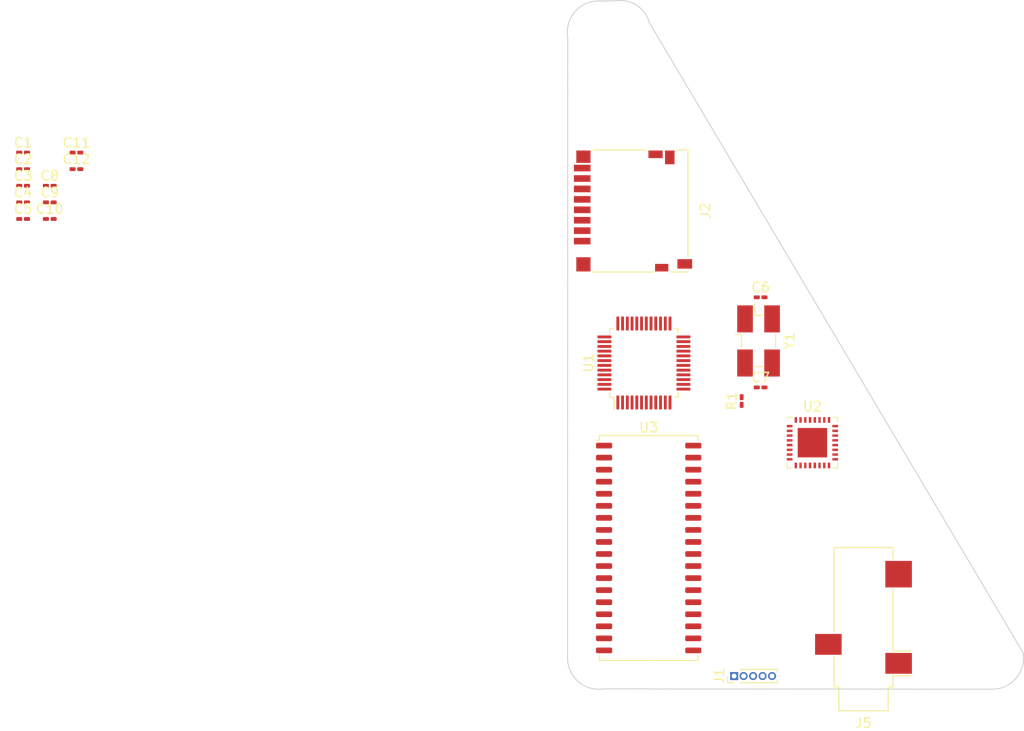
<source format=kicad_pcb>
(kicad_pcb (version 20221018) (generator pcbnew)
  (layers (0 "F.Cu" signal) (31 "B.Cu" signal) (34 "B.Paste" user) (35 "F.Paste" user) (36 "B.SilkS" user "B.Silkscreen") (37 "F.SilkS" user "F.Silkscreen") (38 "B.Mask" user) (39 "F.Mask" user) (44 "Edge.Cuts" user))
  (net 0 "")
  (net 1 "DVDD")
  (net 2 "HPGND")
  (net 3 "AVDD")
  (net 4 "Net-(U2-BYPASS)")
  (net 5 "Net-(U1-PF0)")
  (net 6 "Net-(C7-Pad1)")
  (net 7 "Net-(U2-REF)")
  (net 8 "Net-(U2-C1P)")
  (net 9 "Net-(U2-HPVSS)")
  (net 10 "RAM_VCC")
  (net 12 "CS")
  (net 13 "MOSI")
  (net 14 "CLK")
  (net 15 "MISO")
  (net 17 "Net-(U2-HPL)")
  (net 18 "Net-(U2-HPR)")
  (net 19 "Net-(U2-HPS)")
  (net 20 "Net-(U1-PF1)")
  (net 21 "WE")
  (net 23 "SCK_OUTPUT")
  (net 28 "I2S_SCK")
  (net 29 "I2S_SD")
  (net 30 "I2S_WS")
  (net 31 "/A0")
  (net 32 "/A1")
  (net 33 "/A2")
  (net 34 "/A10")
  (net 35 "/A11")
  (net 36 "/A12")
  (net 37 "/A13")
  (net 38 "/A14")
  (net 39 "/A15")
  (net 40 "/D0")
  (net 41 "/D1")
  (net 42 "CE")
  (net 43 "OE")
  (net 44 "/D2")
  (net 45 "/D3")
  (net 46 "/D4")
  (net 47 "/D5")
  (net 48 "/D6")
  (net 49 "/D7")
  (net 50 "A6")
  (net 51 "A7")
  (net 54 "/A3")
  (net 55 "/A4")
  (net 56 "/A5")
  (net 57 "SCL")
  (net 58 "SDA")
  (net 59 "/A8")
  (net 60 "/A9")
  (footprint "Capacitor_SMD:C_0201_0603Metric_Pad0.64x0.40mm_HandSolder" (layer "F.Cu") (at 96.22 69.315)
    (fp_text reference "C11" (at 0 -1.05) (layer "F.SilkS"))
    (fp_text value "2.2uF")
    (pad "1" smd roundrect (at -0.4075 0) (size 0.635 0.4) (layers "F.Cu" "F.Mask") (net 2 "HPGND"))
    (pad "2" smd roundrect (at 0.4075 0) (size 0.635 0.4) (layers "F.Cu" "F.Mask") (net 9 "Net-(U2-HPVSS)"))
  )
  (footprint "Capacitor_SMD:C_0201_0603Metric_Pad0.64x0.40mm_HandSolder" (layer "F.Cu") (at 168.295 94.075)
    (fp_text reference "C7" (at 0 -1.05) (layer "F.SilkS"))
    (fp_text value "15pf")
    (pad "1" smd roundrect (at -0.4075 0) (size 0.635 0.4) (layers "F.Cu" "F.Mask") (net 6 "Net-(C7-Pad1)"))
    (pad "2" smd roundrect (at 0.4075 0) (size 0.635 0.4) (layers "F.Cu" "F.Mask") (net 2 "HPGND"))
  )
  (footprint "Crystal:Crystal_SMD_EuroQuartz_MJ-4Pin_5.0x3.2mm_HandSoldering" (layer "F.Cu") (at 168.075 89.175 -90)
    (fp_text reference "Y1" (at 0 -3.25 90) (layer "F.SilkS"))
    (fp_text value "Crystal")
    (fp_line (start -3.95 0.4) (end -2.7 0.4) (stroke (width 0.12)) (layer "F.SilkS"))
    (fp_line (start -2.7 0.4) (end -2.7 -0.4) (stroke (width 0.12)) (layer "F.SilkS"))
    (fp_line (start -0.7 -1.8) (end 0.7 -1.8) (stroke (width 0.12)) (layer "F.SilkS"))
    (fp_line (start -0.7 1.8) (end -0.7 2.45) (stroke (width 0.12)) (layer "F.SilkS"))
    (fp_line (start 0.7 1.8) (end -0.7 1.8) (stroke (width 0.12)) (layer "F.SilkS"))
    (fp_line (start 2.7 -0.4) (end 2.7 0.4) (stroke (width 0.12)) (layer "F.SilkS"))
    (pad "1" smd rect (at -2.325 1.425 270) (size 2.85 1.65) (layers "F.Cu" "F.Paste" "F.Mask") (net 5 "Net-(U1-PF0)"))
    (pad "2" smd rect (at 2.325 1.425 270) (size 2.85 1.65) (layers "F.Cu" "F.Paste" "F.Mask") (net 6 "Net-(C7-Pad1)"))
    (pad "3" smd rect (at 2.325 -1.425 270) (size 2.85 1.65) (layers "F.Cu" "F.Paste" "F.Mask"))
    (pad "4" smd rect (at -2.325 -1.425 270) (size 2.85 1.65) (layers "F.Cu" "F.Paste" "F.Mask"))
  )
  (footprint "Capacitor_SMD:C_0201_0603Metric_Pad0.64x0.40mm_HandSolder" (layer "F.Cu") (at 96.22 71.065)
    (fp_text reference "C12" (at 0 -1.05) (layer "F.SilkS"))
    (fp_text value "1uF")
    (pad "1" smd roundrect (at -0.4075 0) (size 0.635 0.4) (layers "F.Cu" "F.Mask") (net 1 "DVDD"))
    (pad "2" smd roundrect (at 0.4075 0) (size 0.635 0.4) (layers "F.Cu" "F.Mask") (net 2 "HPGND"))
  )
  (footprint "Capacitor_SMD:C_0201_0603Metric_Pad0.64x0.40mm_HandSolder" (layer "F.Cu") (at 93.41 76.315)
    (fp_text reference "C10" (at 0 -1.05) (layer "F.SilkS"))
    (fp_text value "2.2uF")
    (pad "1" smd roundrect (at -0.4075 0) (size 0.635 0.4) (layers "F.Cu" "F.Mask") (net 2 "HPGND"))
    (pad "2" smd roundrect (at 0.4075 0) (size 0.635 0.4) (layers "F.Cu" "F.Mask") (net 8 "Net-(U2-C1P)"))
  )
  (footprint "Capacitor_SMD:C_0201_0603Metric_Pad0.64x0.40mm_HandSolder" (layer "F.Cu") (at 90.6 72.815)
    (fp_text reference "C3" (at 0 -1.05) (layer "F.SilkS"))
    (fp_text value "100nF")
    (pad "1" smd roundrect (at -0.4075 0) (size 0.635 0.4) (layers "F.Cu" "F.Mask") (net 2 "HPGND"))
    (pad "2" smd roundrect (at 0.4075 0) (size 0.635 0.4) (layers "F.Cu" "F.Mask") (net 1 "DVDD"))
  )
  (footprint "Capacitor_SMD:C_0201_0603Metric_Pad0.64x0.40mm_HandSolder" (layer "F.Cu") (at 90.6 76.315)
    (fp_text reference "C5" (at 0 -1.05) (layer "F.SilkS"))
    (fp_text value "2.2uF")
    (pad "1" smd roundrect (at -0.4075 0) (size 0.635 0.4) (layers "F.Cu" "F.Mask") (net 4 "Net-(U2-BYPASS)"))
    (pad "2" smd roundrect (at 0.4075 0) (size 0.635 0.4) (layers "F.Cu" "F.Mask") (net 2 "HPGND"))
  )
  (footprint "Capacitor_SMD:C_0201_0603Metric_Pad0.64x0.40mm_HandSolder" (layer "F.Cu") (at 93.41 72.815)
    (fp_text reference "C8" (at 0 -1.05) (layer "F.SilkS"))
    (fp_text value "10uF")
    (pad "1" smd roundrect (at -0.4075 0) (size 0.635 0.4) (layers "F.Cu" "F.Mask") (net 2 "HPGND"))
    (pad "2" smd roundrect (at 0.4075 0) (size 0.635 0.4) (layers "F.Cu" "F.Mask") (net 7 "Net-(U2-REF)"))
  )
  (footprint "Capacitor_SMD:C_0201_0603Metric_Pad0.64x0.40mm_HandSolder" (layer "F.Cu") (at 90.6 69.315)
    (fp_text reference "C1" (at 0 -1.05) (layer "F.SilkS"))
    (fp_text value "100nF")
    (pad "1" smd roundrect (at -0.4075 0) (size 0.635 0.4) (layers "F.Cu" "F.Mask") (net 1 "DVDD"))
    (pad "2" smd roundrect (at 0.4075 0) (size 0.635 0.4) (layers "F.Cu" "F.Mask") (net 2 "HPGND"))
  )
  (footprint "Package_QFP:LQFP-48_7x7mm_P0.5mm" (layer "F.Cu") (at 156 91.5 90)
    (fp_text reference "U1" (at 0 -5.85 90) (layer "F.SilkS"))
    (fp_text value "STM32C031C6Tx")
    (fp_line (start -3.61 -3.61) (end -3.61 -3.16) (stroke (width 0.12)) (layer "F.SilkS"))
    (fp_line (start -3.61 -3.16) (end -4.9 -3.16) (stroke (width 0.12)) (layer "F.SilkS"))
    (fp_line (start -3.61 3.61) (end -3.61 3.16) (stroke (width 0.12)) (layer "F.SilkS"))
    (fp_line (start -3.16 -3.61) (end -3.61 -3.61) (stroke (width 0.12)) (layer "F.SilkS"))
    (fp_line (start -3.16 3.61) (end -3.61 3.61) (stroke (width 0.12)) (layer "F.SilkS"))
    (fp_line (start 3.16 -3.61) (end 3.61 -3.61) (stroke (width 0.12)) (layer "F.SilkS"))
    (fp_line (start 3.16 3.61) (end 3.61 3.61) (stroke (width 0.12)) (layer "F.SilkS"))
    (fp_line (start 3.61 -3.61) (end 3.61 -3.16) (stroke (width 0.12)) (layer "F.SilkS"))
    (fp_line (start 3.61 3.61) (end 3.61 3.16) (stroke (width 0.12)) (layer "F.SilkS"))
    (pad "1" smd roundrect (at -4.1625 -2.75 90) (size 1.475 0.3) (layers "F.Cu" "F.Paste" "F.Mask") (net 21 "WE"))
    (pad "2" smd roundrect (at -4.1625 -2.25 90) (size 1.475 0.3) (layers "F.Cu" "F.Paste" "F.Mask"))
    (pad "3" smd roundrect (at -4.1625 -1.75 90) (size 1.475 0.3) (layers "F.Cu" "F.Paste" "F.Mask") (net 23 "SCK_OUTPUT"))
    (pad "4" smd roundrect (at -4.1625 -1.25 90) (size 1.475 0.3) (layers "F.Cu" "F.Paste" "F.Mask"))
    (pad "5" smd roundrect (at -4.1625 -0.75 90) (size 1.475 0.3) (layers "F.Cu" "F.Paste" "F.Mask"))
    (pad "6" smd roundrect (at -4.1625 -0.25 90) (size 1.475 0.3) (layers "F.Cu" "F.Paste" "F.Mask") (net 1 "DVDD"))
    (pad "7" smd roundrect (at -4.1625 0.25 90) (size 1.475 0.3) (layers "F.Cu" "F.Paste" "F.Mask") (net 2 "HPGND"))
    (pad "8" smd roundrect (at -4.1625 0.75 90) (size 1.475 0.3) (layers "F.Cu" "F.Paste" "F.Mask") (net 5 "Net-(U1-PF0)"))
    (pad "9" smd roundrect (at -4.1625 1.25 90) (size 1.475 0.3) (layers "F.Cu" "F.Paste" "F.Mask") (net 20 "Net-(U1-PF1)"))
    (pad "10" smd roundrect (at -4.1625 1.75 90) (size 1.475 0.3) (layers "F.Cu" "F.Paste" "F.Mask"))
    (pad "11" smd roundrect (at -4.1625 2.25 90) (size 1.475 0.3) (layers "F.Cu" "F.Paste" "F.Mask"))
    (pad "12" smd roundrect (at -4.1625 2.75 90) (size 1.475 0.3) (layers "F.Cu" "F.Paste" "F.Mask") (net 28 "I2S_SCK"))
    (pad "13" smd roundrect (at -2.75 4.1625 90) (size 0.3 1.475) (layers "F.Cu" "F.Paste" "F.Mask") (net 29 "I2S_SD"))
    (pad "14" smd roundrect (at -2.25 4.1625 90) (size 0.3 1.475) (layers "F.Cu" "F.Paste" "F.Mask") (net 30 "I2S_WS"))
    (pad "15" smd roundrect (at -1.75 4.1625 90) (size 0.3 1.475) (layers "F.Cu" "F.Paste" "F.Mask") (net 12 "CS"))
    (pad "16" smd roundrect (at -1.25 4.1625 90) (size 0.3 1.475) (layers "F.Cu" "F.Paste" "F.Mask") (net 14 "CLK"))
    (pad "17" smd roundrect (at -0.75 4.1625 90) (size 0.3 1.475) (layers "F.Cu" "F.Paste" "F.Mask") (net 15 "MISO"))
    (pad "18" smd roundrect (at -0.25 4.1625 90) (size 0.3 1.475) (layers "F.Cu" "F.Paste" "F.Mask") (net 13 "MOSI"))
    (pad "19" smd roundrect (at 0.25 4.1625 90) (size 0.3 1.475) (layers "F.Cu" "F.Paste" "F.Mask") (net 31 "/A0"))
    (pad "20" smd roundrect (at 0.75 4.1625 90) (size 0.3 1.475) (layers "F.Cu" "F.Paste" "F.Mask") (net 32 "/A1"))
    (pad "21" smd roundrect (at 1.25 4.1625 90) (size 0.3 1.475) (layers "F.Cu" "F.Paste" "F.Mask") (net 33 "/A2"))
    (pad "22" smd roundrect (at 1.75 4.1625 90) (size 0.3 1.475) (layers "F.Cu" "F.Paste" "F.Mask") (net 34 "/A10"))
    (pad "23" smd roundrect (at 2.25 4.1625 90) (size 0.3 1.475) (layers "F.Cu" "F.Paste" "F.Mask") (net 35 "/A11"))
    (pad "24" smd roundrect (at 2.75 4.1625 90) (size 0.3 1.475) (layers "F.Cu" "F.Paste" "F.Mask") (net 36 "/A12"))
    (pad "25" smd roundrect (at 4.1625 2.75 90) (size 1.475 0.3) (layers "F.Cu" "F.Paste" "F.Mask") (net 37 "/A13"))
    (pad "26" smd roundrect (at 4.1625 2.25 90) (size 1.475 0.3) (layers "F.Cu" "F.Paste" "F.Mask") (net 38 "/A14"))
    (pad "27" smd roundrect (at 4.1625 1.75 90) (size 1.475 0.3) (layers "F.Cu" "F.Paste" "F.Mask") (net 39 "/A15"))
    (pad "28" smd roundrect (at 4.1625 1.25 90) (size 1.475 0.3) (layers "F.Cu" "F.Paste" "F.Mask") (net 40 "/D0"))
    (pad "29" smd roundrect (at 4.1625 0.75 90) (size 1.475 0.3) (layers "F.Cu" "F.Paste" "F.Mask") (net 41 "/D1"))
    (pad "30" smd roundrect (at 4.1625 0.25 90) (size 1.475 0.3) (layers "F.Cu" "F.Paste" "F.Mask") (net 42 "CE"))
    (pad "31" smd roundrect (at 4.1625 -0.25 90) (size 1.475 0.3) (layers "F.Cu" "F.Paste" "F.Mask") (net 43 "OE"))
    (pad "32" smd roundrect (at 4.1625 -0.75 90) (size 1.475 0.3) (layers "F.Cu" "F.Paste" "F.Mask") (net 44 "/D2"))
    (pad "33" smd roundrect (at 4.1625 -1.25 90) (size 1.475 0.3) (layers "F.Cu" "F.Paste" "F.Mask") (net 45 "/D3"))
    (pad "34" smd roundrect (at 4.1625 -1.75 90) (size 1.475 0.3) (layers "F.Cu" "F.Paste" "F.Mask") (net 46 "/D4"))
    (pad "35" smd roundrect (at 4.1625 -2.25 90) (size 1.475 0.3) (layers "F.Cu" "F.Paste" "F.Mask") (net 47 "/D5"))
    (pad "36" smd roundrect (at 4.1625 -2.75 90) (size 1.475 0.3) (layers "F.Cu" "F.Paste" "F.Mask") (net 48 "/D6"))
    (pad "37" smd roundrect (at 2.75 -4.1625 90) (size 0.3 1.475) (layers "F.Cu" "F.Paste" "F.Mask") (net 49 "/D7"))
    (pad "38" smd roundrect (at 2.25 -4.1625 90) (size 0.3 1.475) (layers "F.Cu" "F.Paste" "F.Mask") (net 50 "A6"))
    (pad "39" smd roundrect (at 1.75 -4.1625 90) (size 0.3 1.475) (layers "F.Cu" "F.Paste" "F.Mask") (net 51 "A7"))
    (pad "40" smd roundrect (at 1.25 -4.1625 90) (size 0.3 1.475) (layers "F.Cu" "F.Paste" "F.Mask"))
    (pad "41" smd roundrect (at 0.75 -4.1625 90) (size 0.3 1.475) (layers "F.Cu" "F.Paste" "F.Mask"))
    (pad "42" smd roundrect (at 0.25 -4.1625 90) (size 0.3 1.475) (layers "F.Cu" "F.Paste" "F.Mask") (net 54 "/A3"))
    (pad "43" smd roundrect (at -0.25 -4.1625 90) (size 0.3 1.475) (layers "F.Cu" "F.Paste" "F.Mask") (net 55 "/A4"))
    (pad "44" smd roundrect (at -0.75 -4.1625 90) (size 0.3 1.475) (layers "F.Cu" "F.Paste" "F.Mask") (net 56 "/A5"))
    (pad "45" smd roundrect (at -1.25 -4.1625 90) (size 0.3 1.475) (layers "F.Cu" "F.Paste" "F.Mask") (net 57 "SCL"))
    (pad "46" smd roundrect (at -1.75 -4.1625 90) (size 0.3 1.475) (layers "F.Cu" "F.Paste" "F.Mask") (net 58 "SDA"))
    (pad "47" smd roundrect (at -2.25 -4.1625 90) (size 0.3 1.475) (layers "F.Cu" "F.Paste" "F.Mask") (net 59 "/A8"))
    (pad "48" smd roundrect (at -2.75 -4.1625 90) (size 0.3 1.475) (layers "F.Cu" "F.Paste" "F.Mask") (net 60 "/A9"))
  )
  (footprint "Connector_Audio:Jack_3.5mm_CUI_SJ-3523-SMT_Horizontal" (layer "F.Cu") (at 179.13 119.56 180)
    (fp_text reference "J5" (at 0 -9.9 180) (layer "F.SilkS"))
    (fp_text value "AudioJack3_Ground")
    (fp_line (start -3.1 -6.1) (end -2.6 -6.1) (stroke (width 0.12)) (layer "F.SilkS"))
    (fp_line (start -3.1 -4.9) (end -5.1 -4.9) (stroke (width 0.12)) (layer "F.SilkS"))
    (fp_line (start -3.1 -4.9) (end -3.1 -6.1) (stroke (width 0.12)) (layer "F.SilkS"))
    (fp_line (start -3.1 -2.3) (end -5.1 -2.3) (stroke (width 0.12)) (layer "F.SilkS"))
    (fp_line (start -3.1 4.2) (end -3.1 -2.3) (stroke (width 0.12)) (layer "F.SilkS"))
    (fp_line (start -3.1 8.6) (end -3.1 7.4) (stroke (width 0.12)) (layer "F.SilkS"))
    (fp_line (start -2.6 -8.6) (end 2.6 -8.6) (stroke (width 0.12)) (layer "F.SilkS"))
    (fp_line (start -2.6 -6.1) (end -2.6 -8.6) (stroke (width 0.12)) (layer "F.SilkS"))
    (fp_line (start 2.6 -8.6) (end 2.6 -6.1) (stroke (width 0.12)) (layer "F.SilkS"))
    (fp_line (start 2.6 -6.1) (end 3.1 -6.1) (stroke (width 0.12)) (layer "F.SilkS"))
    (fp_line (start 3.1 -6.1) (end 3.1 -2.9) (stroke (width 0.12)) (layer "F.SilkS"))
    (fp_line (start 3.1 -0.3) (end 3.1 8.6) (stroke (width 0.12)) (layer "F.SilkS"))
    (fp_line (start 3.1 8.6) (end -3.1 8.6) (stroke (width 0.12)) (layer "F.SilkS"))
    (pad "" np_thru_hole circle (at 0 -2.5 180) (size 1.7 1.7) (drill 1.7) (layers "*.Cu" "*.Mask"))
    (pad "" np_thru_hole circle (at 0 4.5 180) (size 1.7 1.7) (drill 1.7) (layers "*.Cu" "*.Mask"))
    (pad "R" smd rect (at 3.7 -1.6 180) (size 2.8 2.2) (layers "F.Cu" "F.Paste" "F.Mask") (net 17 "Net-(U2-HPL)"))
    (pad "S" smd rect (at -3.7 -3.6 180) (size 2.8 2.2) (layers "F.Cu" "F.Paste" "F.Mask") (net 18 "Net-(U2-HPR)"))
    (pad "T" smd rect (at -3.7 5.8 180) (size 2.8 2.8) (layers "F.Cu" "F.Paste" "F.Mask") (net 19 "Net-(U2-HPS)"))
  )
  (footprint "Package_SO:SOJ-36_10.16x23.49mm_P1.27mm" (layer "F.Cu") (at 156.5 111)
    (fp_text reference "U3" (at 0 -12.7) (layer "F.SilkS"))
    (fp_text value "IS61C5128AL-10KLI")
    (fp_line (start -5.19 -11.855) (end -5.19 -11.355) (stroke (width 0.12)) (layer "F.SilkS"))
    (fp_line (start -5.19 -11.355) (end -5.55 -11.355) (stroke (width 0.12)) (layer "F.SilkS"))
    (fp_line (start -5.19 11.855) (end -5.19 11.355) (stroke (width 0.12)) (layer "F.SilkS"))
    (fp_line (start 0 -11.855) (end -5.19 -11.855) (stroke (width 0.12)) (layer "F.SilkS"))
    (fp_line (start 0 -11.855) (end 5.19 -11.855) (stroke (width 0.12)) (layer "F.SilkS"))
    (fp_line (start 0 11.855) (end -5.19 11.855) (stroke (width 0.12)) (layer "F.SilkS"))
    (fp_line (start 0 11.855) (end 5.19 11.855) (stroke (width 0.12)) (layer "F.SilkS"))
    (fp_line (start 5.19 -11.855) (end 5.19 -11.355) (stroke (width 0.12)) (layer "F.SilkS"))
    (fp_line (start 5.19 11.855) (end 5.19 11.355) (stroke (width 0.12)) (layer "F.SilkS"))
    (pad "1" smd roundrect (at -4.7 -10.795) (size 1.7 0.6) (layers "F.Cu" "F.Paste" "F.Mask") (net 31 "/A0"))
    (pad "2" smd roundrect (at -4.7 -9.525) (size 1.7 0.6) (layers "F.Cu" "F.Paste" "F.Mask") (net 32 "/A1"))
    (pad "3" smd roundrect (at -4.7 -8.255) (size 1.7 0.6) (layers "F.Cu" "F.Paste" "F.Mask") (net 33 "/A2"))
    (pad "4" smd roundrect (at -4.7 -6.985) (size 1.7 0.6) (layers "F.Cu" "F.Paste" "F.Mask") (net 54 "/A3"))
    (pad "5" smd roundrect (at -4.7 -5.715) (size 1.7 0.6) (layers "F.Cu" "F.Paste" "F.Mask") (net 55 "/A4"))
    (pad "6" smd roundrect (at -4.7 -4.445) (size 1.7 0.6) (layers "F.Cu" "F.Paste" "F.Mask") (net 42 "CE"))
    (pad "7" smd roundrect (at -4.7 -3.175) (size 1.7 0.6) (layers "F.Cu" "F.Paste" "F.Mask") (net 40 "/D0"))
    (pad "8" smd roundrect (at -4.7 -1.905) (size 1.7 0.6) (layers "F.Cu" "F.Paste" "F.Mask") (net 41 "/D1"))
    (pad "9" smd roundrect (at -4.7 -0.635) (size 1.7 0.6) (layers "F.Cu" "F.Paste" "F.Mask") (net 10 "RAM_VCC"))
    (pad "10" smd roundrect (at -4.7 0.635) (size 1.7 0.6) (layers "F.Cu" "F.Paste" "F.Mask") (net 2 "HPGND"))
    (pad "11" smd roundrect (at -4.7 1.905) (size 1.7 0.6) (layers "F.Cu" "F.Paste" "F.Mask") (net 44 "/D2"))
    (pad "12" smd roundrect (at -4.7 3.175) (size 1.7 0.6) (layers "F.Cu" "F.Paste" "F.Mask") (net 45 "/D3"))
    (pad "13" smd roundrect (at -4.7 4.445) (size 1.7 0.6) (layers "F.Cu" "F.Paste" "F.Mask") (net 21 "WE"))
    (pad "14" smd roundrect (at -4.7 5.715) (size 1.7 0.6) (layers "F.Cu" "F.Paste" "F.Mask") (net 56 "/A5"))
    (pad "15" smd roundrect (at -4.7 6.985) (size 1.7 0.6) (layers "F.Cu" "F.Paste" "F.Mask") (net 50 "A6"))
    (pad "16" smd roundrect (at -4.7 8.255) (size 1.7 0.6) (layers "F.Cu" "F.Paste" "F.Mask") (net 51 "A7"))
    (pad "17" smd roundrect (at -4.7 9.525) (size 1.7 0.6) (layers "F.Cu" "F.Paste" "F.Mask") (net 59 "/A8"))
    (pad "18" smd roundrect (at -4.7 10.795) (size 1.7 0.6) (layers "F.Cu" "F.Paste" "F.Mask") (net 60 "/A9"))
    (pad "19" smd roundrect (at 4.7 10.795) (size 1.7 0.6) (layers "F.Cu" "F.Paste" "F.Mask"))
    (pad "20" smd roundrect (at 4.7 9.525) (size 1.7 0.6) (layers "F.Cu" "F.Paste" "F.Mask") (net 34 "/A10"))
    (pad "21" smd roundrect (at 4.7 8.255) (size 1.7 0.6) (layers "F.Cu" "F.Paste" "F.Mask") (net 35 "/A11"))
    (pad "22" smd roundrect (at 4.7 6.985) (size 1.7 0.6) (layers "F.Cu" "F.Paste" "F.Mask") (net 36 "/A12"))
    (pad "23" smd roundrect (at 4.7 5.715) (size 1.7 0.6) (layers "F.Cu" "F.Paste" "F.Mask") (net 37 "/A13"))
    (pad "24" smd roundrect (at 4.7 4.445) (size 1.7 0.6) (layers "F.Cu" "F.Paste" "F.Mask") (net 38 "/A14"))
    (pad "25" smd roundrect (at 4.7 3.175) (size 1.7 0.6) (layers "F.Cu" "F.Paste" "F.Mask") (net 46 "/D4"))
    (pad "26" smd roundrect (at 4.7 1.905) (size 1.7 0.6) (layers "F.Cu" "F.Paste" "F.Mask") (net 47 "/D5"))
    (pad "27" smd roundrect (at 4.7 0.635) (size 1.7 0.6) (layers "F.Cu" "F.Paste" "F.Mask") (net 10 "RAM_VCC"))
    (pad "28" smd roundrect (at 4.7 -0.635) (size 1.7 0.6) (layers "F.Cu" "F.Paste" "F.Mask") (net 2 "HPGND"))
    (pad "29" smd roundrect (at 4.7 -1.905) (size 1.7 0.6) (layers "F.Cu" "F.Paste" "F.Mask") (net 48 "/D6"))
    (pad "30" smd roundrect (at 4.7 -3.175) (size 1.7 0.6) (layers "F.Cu" "F.Paste" "F.Mask") (net 49 "/D7"))
    (pad "31" smd roundrect (at 4.7 -4.445) (size 1.7 0.6) (layers "F.Cu" "F.Paste" "F.Mask") (net 43 "OE"))
    (pad "32" smd roundrect (at 4.7 -5.715) (size 1.7 0.6) (layers "F.Cu" "F.Paste" "F.Mask") (net 39 "/A15"))
    (pad "33" smd roundrect (at 4.7 -6.985) (size 1.7 0.6) (layers "F.Cu" "F.Paste" "F.Mask"))
    (pad "34" smd roundrect (at 4.7 -8.255) (size 1.7 0.6) (layers "F.Cu" "F.Paste" "F.Mask"))
    (pad "35" smd roundrect (at 4.7 -9.525) (size 1.7 0.6) (layers "F.Cu" "F.Paste" "F.Mask"))
    (pad "36" smd roundrect (at 4.7 -10.795) (size 1.7 0.6) (layers "F.Cu" "F.Paste" "F.Mask"))
  )
  (footprint "Resistor_SMD:R_0201_0603Metric_Pad0.64x0.40mm_HandSolder" (layer "F.Cu") (at 166.295 95.5075 90)
    (fp_text reference "R1" (at 0 -1.05 90) (layer "F.SilkS"))
    (fp_text value "200k")
    (pad "1" smd roundrect (at -0.4075 0 90) (size 0.635 0.4) (layers "F.Cu" "F.Mask") (net 20 "Net-(U1-PF1)"))
    (pad "2" smd roundrect (at 0.4075 0 90) (size 0.635 0.4) (layers "F.Cu" "F.Mask") (net 6 "Net-(C7-Pad1)"))
  )
  (footprint "Connector_PinHeader_1.00mm:PinHeader_1x05_P1.00mm_Vertical" (layer "F.Cu") (at 165.5 124.5 90)
    (fp_text reference "J1" (at 0 -1.56 90) (layer "F.SilkS"))
    (fp_text value "Conn_01x05")
    (fp_line (start -0.695 -0.685) (end 0 -0.685) (stroke (width 0.12)) (layer "F.SilkS"))
    (fp_line (start -0.695 0) (end -0.695 -0.685) (stroke (width 0.12)) (layer "F.SilkS"))
    (fp_line (start -0.695 0.685) (end -0.695 4.56) (stroke (width 0.12)) (layer "F.SilkS"))
    (fp_line (start -0.695 0.685) (end -0.608276 0.685) (stroke (width 0.12)) (layer "F.SilkS"))
    (fp_line (start -0.695 4.56) (end -0.394493 4.56) (stroke (width 0.12)) (layer "F.SilkS"))
    (fp_line (start 0.394493 4.56) (end 0.695 4.56) (stroke (width 0.12)) (layer "F.SilkS"))
    (fp_line (start 0.608276 0.685) (end 0.695 0.685) (stroke (width 0.12)) (layer "F.SilkS"))
    (fp_line (start 0.695 0.685) (end 0.695 4.56) (stroke (width 0.12)) (layer "F.SilkS"))
    (pad "1" thru_hole rect (at 0 0 90) (size 0.85 0.85) (drill 0.5) (layers "*.Cu" "*.Mask") (net 2 "HPGND"))
    (pad "2" thru_hole oval (at 0 1 90) (size 0.85 0.85) (drill 0.5) (layers "*.Cu" "*.Mask") (net 3 "AVDD"))
    (pad "3" thru_hole oval (at 0 2 90) (size 0.85 0.85) (drill 0.5) (layers "*.Cu" "*.Mask") (net 2 "HPGND"))
    (pad "4" thru_hole oval (at 0 3 90) (size 0.85 0.85) (drill 0.5) (layers "*.Cu" "*.Mask") (net 1 "DVDD"))
    (pad "5" thru_hole oval (at 0 4 90) (size 0.85 0.85) (drill 0.5) (layers "*.Cu" "*.Mask") (net 10 "RAM_VCC"))
  )
  (footprint "Capacitor_SMD:C_0201_0603Metric_Pad0.64x0.40mm_HandSolder" (layer "F.Cu") (at 93.41 74.565)
    (fp_text reference "C9" (at 0 -1.05) (layer "F.SilkS"))
    (fp_text value "0.1uF")
    (pad "1" smd roundrect (at -0.4075 0) (size 0.635 0.4) (layers "F.Cu" "F.Mask") (net 2 "HPGND"))
    (pad "2" smd roundrect (at 0.4075 0) (size 0.635 0.4) (layers "F.Cu" "F.Mask") (net 7 "Net-(U2-REF)"))
  )
  (footprint "Package_DFN_QFN:WQFN-32-1EP_5x5mm_P0.5mm_EP3.1x3.1mm" (layer "F.Cu") (at 173.75 99.9)
    (fp_text reference "U2" (at 0 -3.81) (layer "F.SilkS"))
    (fp_text value "~")
    (fp_line (start -2.667 2.667) (end -2.667 2.159) (stroke (width 0.12)) (layer "F.SilkS"))
    (fp_line (start -2.159 -2.667) (end -2.667 -2.667) (stroke (width 0.12)) (layer "F.SilkS"))
    (fp_line (start -2.159 2.667) (end -2.667 2.667) (stroke (width 0.12)) (layer "F.SilkS"))
    (fp_line (start 2.159 -2.667) (end 2.667 -2.667) (stroke (width 0.12)) (layer "F.SilkS"))
    (fp_line (start 2.667 -2.667) (end 2.667 -2.159) (stroke (width 0.12)) (layer "F.SilkS"))
    (fp_line (start 2.667 2.159) (end 2.667 2.667) (stroke (width 0.12)) (layer "F.SilkS"))
    (fp_line (start 2.667 2.667) (end 2.159 2.667) (stroke (width 0.12)) (layer "F.SilkS"))
    (pad "1" smd rect (at -2.4 -1.75 90) (size 0.25 0.6) (layers "F.Cu" "F.Paste" "F.Mask") (net 8 "Net-(U2-C1P)"))
    (pad "2" smd rect (at -2.4 -1.25 90) (size 0.25 0.6) (layers "F.Cu" "F.Paste" "F.Mask") (net 2 "HPGND"))
    (pad "3" smd rect (at -2.4 -0.75 90) (size 0.25 0.6) (layers "F.Cu" "F.Paste" "F.Mask") (net 58 "SDA"))
    (pad "4" smd rect (at -2.4 -0.25 90) (size 0.25 0.6) (layers "F.Cu" "F.Paste" "F.Mask") (net 2 "HPGND"))
    (pad "5" smd rect (at -2.4 0.25 90) (size 0.25 0.6) (layers "F.Cu" "F.Paste" "F.Mask") (net 30 "I2S_WS"))
    (pad "6" smd rect (at -2.4 0.75 90) (size 0.25 0.6) (layers "F.Cu" "F.Paste" "F.Mask") (net 29 "I2S_SD"))
    (pad "7" smd rect (at -2.4 1.25 90) (size 0.25 0.6) (layers "F.Cu" "F.Paste" "F.Mask") (net 28 "I2S_SCK"))
    (pad "8" smd rect (at -2.4 1.75 90) (size 0.25 0.6) (layers "F.Cu" "F.Paste" "F.Mask") (net 23 "SCK_OUTPUT"))
    (pad "9" smd rect (at -1.75 2.4) (size 0.25 0.6) (layers "F.Cu" "F.Paste" "F.Mask") (net 57 "SCL"))
    (pad "10" smd rect (at -1.25 2.4) (size 0.25 0.6) (layers "F.Cu" "F.Paste" "F.Mask") (net 1 "DVDD"))
    (pad "11" smd rect (at -0.75 2.4) (size 0.25 0.6) (layers "F.Cu" "F.Paste" "F.Mask") (net 1 "DVDD"))
    (pad "12" smd rect (at -0.25 2.4) (size 0.25 0.6) (layers "F.Cu" "F.Paste" "F.Mask") (net 2 "HPGND"))
    (pad "13" smd rect (at 0.25 2.4) (size 0.25 0.6) (layers "F.Cu" "F.Paste" "F.Mask") (net 7 "Net-(U2-REF)"))
    (pad "14" smd rect (at 0.75 2.4) (size 0.25 0.6) (layers "F.Cu" "F.Paste" "F.Mask"))
    (pad "15" smd rect (at 1.25 2.4) (size 0.25 0.6) (layers "F.Cu" "F.Paste" "F.Mask"))
    (pad "16" smd rect (at 1.75 2.4) (size 0.25 0.6) (layers "F.Cu" "F.Paste" "F.Mask") (net 3 "AVDD"))
    (pad "17" smd rect (at 2.4 1.75 90) (size 0.25 0.6) (layers "F.Cu" "F.Paste" "F.Mask") (net 4 "Net-(U2-BYPASS)"))
    (pad "18" smd rect (at 2.4 1.25 90) (size 0.25 0.6) (layers "F.Cu" "F.Paste" "F.Mask") (net 3 "AVDD"))
    (pad "19" smd rect (at 2.4 0.75 90) (size 0.25 0.6) (layers "F.Cu" "F.Paste" "F.Mask"))
    (pad "20" smd rect (at 2.4 0.25 90) (size 0.25 0.6) (layers "F.Cu" "F.Paste" "F.Mask"))
    (pad "21" smd rect (at 2.4 -0.25 90) (size 0.25 0.6) (layers "F.Cu" "F.Paste" "F.Mask") (net 2 "HPGND"))
    (pad "22" smd rect (at 2.4 -0.75 90) (size 0.25 0.6) (layers "F.Cu" "F.Paste" "F.Mask"))
    (pad "23" smd rect (at 2.4 -1.25 90) (size 0.25 0.6) (layers "F.Cu" "F.Paste" "F.Mask"))
    (pad "24" smd rect (at 2.4 -1.75 90) (size 0.25 0.6) (layers "F.Cu" "F.Paste" "F.Mask") (net 3 "AVDD"))
    (pad "25" smd rect (at 1.75 -2.4) (size 0.25 0.6) (layers "F.Cu" "F.Paste" "F.Mask") (net 2 "HPGND"))
    (pad "26" smd rect (at 1.25 -2.4) (size 0.25 0.6) (layers "F.Cu" "F.Paste" "F.Mask") (net 19 "Net-(U2-HPS)"))
    (pad "27" smd rect (at 0.75 -2.4) (size 0.25 0.6) (layers "F.Cu" "F.Paste" "F.Mask") (net 18 "Net-(U2-HPR)"))
    (pad "28" smd rect (at 0.25 -2.4) (size 0.25 0.6) (layers "F.Cu" "F.Paste" "F.Mask"))
    (pad "29" smd rect (at -0.25 -2.4) (size 0.25 0.6) (layers "F.Cu" "F.Paste" "F.Mask") (net 17 "Net-(U2-HPL)"))
    (pad "30" smd rect (at -0.75 -2.4) (size 0.25 0.6) (layers "F.Cu" "F.Paste" "F.Mask") (net 9 "Net-(U2-HPVSS)"))
    (pad "31" smd rect (at -1.25 -2.4) (size 0.25 0.6) (layers "F.Cu" "F.Paste" "F.Mask") (net 2 "HPGND"))
    (pad "32" smd rect (at -1.75 -2.4) (size 0.25 0.6) (layers "F.Cu" "F.Paste" "F.Mask") (net 1 "DVDD"))
    (pad "33" smd rect (at 0 0) (size 3.1 3.1) (layers "F.Cu" "F.Mask"))
  )
  (footprint "Capacitor_SMD:C_0201_0603Metric_Pad0.64x0.40mm_HandSolder" (layer "F.Cu") (at 90.6 71.065)
    (fp_text reference "C2" (at 0 -1.05) (layer "F.SilkS"))
    (fp_text value "1uF")
    (pad "1" smd roundrect (at -0.4075 0) (size 0.635 0.4) (layers "F.Cu" "F.Mask") (net 2 "HPGND"))
    (pad "2" smd roundrect (at 0.4075 0) (size 0.635 0.4) (layers "F.Cu" "F.Mask") (net 3 "AVDD"))
  )
  (footprint "Connector_Card:microSD_HC_Hirose_DM3D-SF" (layer "F.Cu") (at 154.85 75.475 -90)
    (fp_text reference "J2" (at -0.025 -7.625 90) (layer "F.SilkS"))
    (fp_text value "Micro_SD_Card")
    (fp_line (start -6.435 -5.785) (end 4.825 -5.785) (stroke (width 0.12)) (layer "F.SilkS"))
    (fp_line (start -6.435 -4.625) (end -6.435 -5.785) (stroke (width 0.12)) (layer "F.SilkS"))
    (fp_line (start -6.435 -1.375) (end -6.435 4.225) (stroke (width 0.12)) (layer "F.SilkS"))
    (fp_line (start 6.325 -5.785) (end 6.435 -5.785) (stroke (width 0.12)) (layer "F.SilkS"))
    (fp_line (start 6.435 -5.785) (end 6.435 -3.975) (stroke (width 0.12)) (layer "F.SilkS"))
    (fp_line (start 6.435 -2.075) (end 6.435 4.225) (stroke (width 0.12)) (layer "F.SilkS"))
    (pad "1" smd rect (at 3.175 5.35 270) (size 0.7 1.75) (layers "F.Cu" "F.Paste" "F.Mask"))
    (pad "2" smd rect (at 2.075 5.35 270) (size 0.7 1.75) (layers "F.Cu" "F.Paste" "F.Mask") (net 12 "CS"))
    (pad "3" smd rect (at 0.975 5.35 270) (size 0.7 1.75) (layers "F.Cu" "F.Paste" "F.Mask") (net 13 "MOSI"))
    (pad "4" smd rect (at -0.125 5.35 270) (size 0.7 1.75) (layers "F.Cu" "F.Paste" "F.Mask") (net 1 "DVDD"))
    (pad "5" smd rect (at -1.225 5.35 270) (size 0.7 1.75) (layers "F.Cu" "F.Paste" "F.Mask") (net 14 "CLK"))
    (pad "6" smd rect (at -2.325 5.35 270) (size 0.7 1.75) (layers "F.Cu" "F.Paste" "F.Mask") (net 2 "HPGND"))
    (pad "7" smd rect (at -3.425 5.35 270) (size 0.7 1.75) (layers "F.Cu" "F.Paste" "F.Mask") (net 15 "MISO"))
    (pad "8" smd rect (at -4.525 5.35 270) (size 0.7 1.75) (layers "F.Cu" "F.Paste" "F.Mask"))
    (pad "9" smd rect (at -5.65 -3.875 270) (size 1.45 1) (layers "F.Cu" "F.Paste" "F.Mask") (net 2 "HPGND"))
    (pad "10" smd rect (at 5.575 -5.45 270) (size 1 1.55) (layers "F.Cu" "F.Paste" "F.Mask"))
    (pad "11" smd rect (at -5.975 -2.375 270) (size 0.8 1.5) (layers "F.Cu" "F.Paste" "F.Mask"))
    (pad "11" smd rect (at -5.725 5.225 270) (size 1.3 1.5) (layers "F.Cu" "F.Paste" "F.Mask"))
    (pad "11" smd rect (at 5.625 5.225 270) (size 1.5 1.5) (layers "F.Cu" "F.Paste" "F.Mask"))
    (pad "11" smd rect (at 5.975 -3.025 270) (size 0.8 1.4) (layers "F.Cu" "F.Paste" "F.Mask"))
  )
  (footprint "Capacitor_SMD:C_0201_0603Metric_Pad0.64x0.40mm_HandSolder" (layer "F.Cu") (at 90.6 74.565)
    (fp_text reference "C4" (at 0 -1.05) (layer "F.SilkS"))
    (fp_text value "1uF")
    (pad "1" smd roundrect (at -0.4075 0) (size 0.635 0.4) (layers "F.Cu" "F.Mask") (net 2 "HPGND"))
    (pad "2" smd roundrect (at 0.4075 0) (size 0.635 0.4) (layers "F.Cu" "F.Mask") (net 3 "AVDD"))
  )
  (footprint "Capacitor_SMD:C_0201_0603Metric_Pad0.64x0.40mm_HandSolder" (layer "F.Cu") (at 168.295 84.575)
    (fp_text reference "C6" (at 0 -1.05) (layer "F.SilkS"))
    (fp_text value "15pf")
    (pad "1" smd roundrect (at -0.4075 0) (size 0.635 0.4) (layers "F.Cu" "F.Mask") (net 5 "Net-(U1-PF0)"))
    (pad "2" smd roundrect (at 0.4075 0) (size 0.635 0.4) (layers "F.Cu" "F.Mask") (net 2 "HPGND"))
  )
  (gr_arc (start 147.972692 57.1629) (mid 148.73 54.48) (end 151.270813 53.332944) (stroke (width 0.1)) (layer "Edge.Cuts"))
  (gr_arc (start 195.957307 122.0571) (mid 195.199999 124.739999) (end 192.659187 125.887055) (stroke (width 0.1)) (layer "Edge.Cuts"))
  (gr_line (start 195.957308 122.0571) (end 156.572723 55.629802) (stroke (width 0.1)) (layer "Edge.Cuts"))
  (gr_line (start 151.784957 125.852308) (end 192.659187 125.887056) (stroke (width 0.1)) (layer "Edge.Cuts"))
  (gr_arc (start 152.97 53.33) (mid 155.218697 53.779134) (end 156.572723 55.629802) (stroke (width 0.1)) (layer "Edge.Cuts"))
  (gr_line (start 151.270813 53.332944) (end 152.97 53.33) (stroke (width 0.1)) (layer "Edge.Cuts"))
  (gr_line (start 147.972692 57.1629) (end 147.955 122.555) (stroke (width 0.1)) (layer "Edge.Cuts"))
  (gr_arc (start 151.784957 125.852307) (mid 149.102365 125.095265) (end 147.954992 122.555) (stroke (width 0.1)) (layer "Edge.Cuts"))
)
</source>
